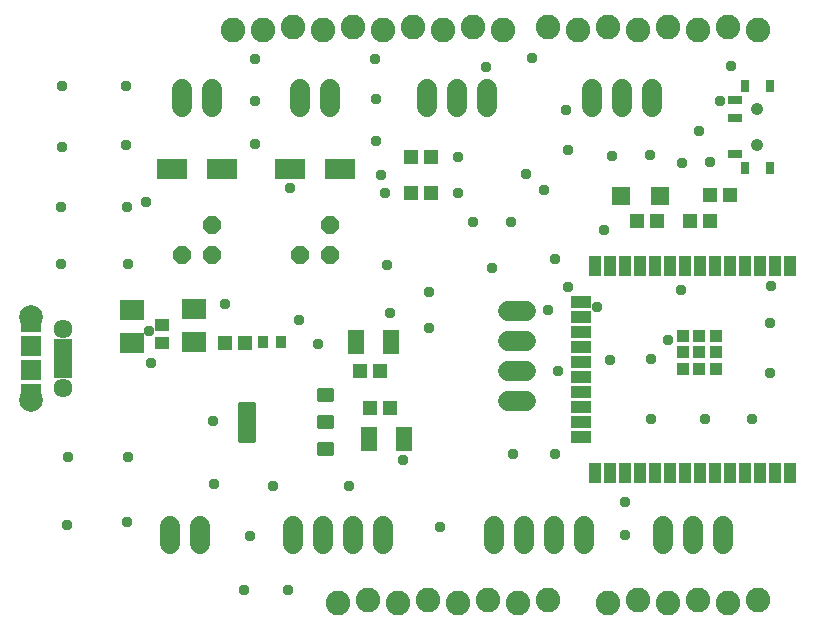
<source format=gbr>
G04 EAGLE Gerber RS-274X export*
G75*
%MOMM*%
%FSLAX34Y34*%
%LPD*%
%INSoldermask Top*%
%IPPOS*%
%AMOC8*
5,1,8,0,0,1.08239X$1,22.5*%
G01*
G04 Define Apertures*
%ADD10C,2.082800*%
%ADD11R,2.003200X1.803200*%
%ADD12R,1.173400X1.124100*%
%ADD13R,1.303200X1.203200*%
%ADD14R,1.367800X2.018500*%
%ADD15R,0.815000X1.115000*%
%ADD16R,1.600200X1.600200*%
%ADD17R,2.595200X1.768500*%
%ADD18R,1.553200X0.653200*%
%ADD19R,1.753200X1.703200*%
%ADD20C,1.611200*%
%ADD21C,2.003200*%
%ADD22C,1.727200*%
%ADD23P,1.64956X8X22.5*%
%ADD24R,1.203200X1.303200*%
%ADD25R,1.203200X0.703200*%
%ADD26R,0.703200X1.003200*%
%ADD27C,1.053200*%
%ADD28R,1.103200X1.703200*%
%ADD29R,1.703200X1.103200*%
%ADD30R,1.103200X1.103200*%
%ADD31C,0.339959*%
%ADD32C,0.393431*%
%ADD33C,0.959600*%
D10*
X330200Y22860D03*
X355600Y25400D03*
X381000Y22860D03*
X406400Y25400D03*
X431800Y22860D03*
X457200Y25400D03*
X508000Y22860D03*
X533400Y25400D03*
X558800Y22860D03*
X584200Y25400D03*
X609600Y22860D03*
X635000Y25400D03*
X635000Y508000D03*
X609600Y510540D03*
X584200Y508000D03*
X558800Y510540D03*
X533400Y508000D03*
X508000Y510540D03*
X482600Y508000D03*
X457200Y510540D03*
X419100Y508000D03*
X393700Y510540D03*
X368300Y508000D03*
X342900Y510540D03*
X317500Y508000D03*
X292100Y510540D03*
X266700Y508000D03*
X241300Y510540D03*
X215900Y508000D03*
X190500Y508000D03*
X304800Y25400D03*
X279400Y22860D03*
D11*
X104900Y242300D03*
X104900Y270300D03*
X157400Y243300D03*
X157400Y271300D03*
D12*
X130700Y242554D03*
X130700Y258046D03*
D13*
X549700Y345800D03*
X532700Y345800D03*
X594600Y367800D03*
X611600Y367800D03*
D14*
X294846Y243300D03*
X324354Y243300D03*
D13*
X298500Y218800D03*
X315500Y218800D03*
X306400Y187800D03*
X323400Y187800D03*
D14*
X306046Y161300D03*
X335554Y161300D03*
D15*
X231300Y243300D03*
X216300Y243300D03*
D16*
X552510Y366800D03*
X519490Y366800D03*
D17*
X138921Y390000D03*
X181079Y390000D03*
X238921Y390000D03*
X281079Y390000D03*
D18*
X46672Y242796D03*
X46672Y236296D03*
X46672Y229796D03*
X46672Y223296D03*
X46672Y216796D03*
D19*
X19922Y239796D03*
X19922Y219796D03*
X19922Y260296D03*
X19922Y199296D03*
D20*
X46922Y254796D03*
X46922Y204796D03*
D21*
X19922Y264796D03*
X19922Y194796D03*
D22*
X520000Y442380D02*
X520000Y457620D01*
X494600Y457620D02*
X494600Y442380D01*
X545400Y442380D02*
X545400Y457620D01*
X380000Y457620D02*
X380000Y442380D01*
X354600Y442380D02*
X354600Y457620D01*
X405400Y457620D02*
X405400Y442380D01*
X267300Y87620D02*
X267300Y72380D01*
X241900Y72380D02*
X241900Y87620D01*
X292700Y87620D02*
X292700Y72380D01*
X318100Y72380D02*
X318100Y87620D01*
X437300Y87620D02*
X437300Y72380D01*
X411900Y72380D02*
X411900Y87620D01*
X462700Y87620D02*
X462700Y72380D01*
X488100Y72380D02*
X488100Y87620D01*
X272700Y442380D02*
X272700Y457620D01*
X247300Y457620D02*
X247300Y442380D01*
X580000Y87620D02*
X580000Y72380D01*
X605400Y72380D02*
X605400Y87620D01*
X554600Y87620D02*
X554600Y72380D01*
X172700Y442380D02*
X172700Y457620D01*
X147300Y457620D02*
X147300Y442380D01*
X423380Y219300D02*
X438620Y219300D01*
X438620Y193900D02*
X423380Y193900D01*
X423380Y244700D02*
X438620Y244700D01*
X438620Y270100D02*
X423380Y270100D01*
X162700Y87620D02*
X162700Y72380D01*
X137300Y72380D02*
X137300Y87620D01*
D23*
X147300Y317300D03*
X172700Y317300D03*
X172700Y342700D03*
X247300Y317300D03*
X272700Y317300D03*
X272700Y342700D03*
D13*
X358500Y400000D03*
X341500Y400000D03*
X358500Y370000D03*
X341500Y370000D03*
D24*
X200800Y242800D03*
X183800Y242800D03*
X577900Y345800D03*
X594900Y345800D03*
D25*
X616100Y403100D03*
X616100Y433100D03*
X616100Y448100D03*
D26*
X624100Y460100D03*
X645100Y460100D03*
X645100Y391100D03*
X624100Y391100D03*
D27*
X634600Y410600D03*
X634600Y440600D03*
D28*
X662600Y307500D03*
X649900Y307500D03*
X637200Y307500D03*
X624500Y307500D03*
X611800Y307500D03*
X599100Y307500D03*
X586400Y307500D03*
X573700Y307500D03*
X561000Y307500D03*
X548300Y307500D03*
X535600Y307500D03*
X522900Y307500D03*
X510200Y307500D03*
X497500Y307500D03*
D29*
X485000Y277150D03*
X485000Y264450D03*
X485000Y251750D03*
X485000Y239050D03*
X485000Y226350D03*
X485000Y213650D03*
X485000Y200950D03*
X485000Y188250D03*
X485000Y175550D03*
X485000Y162850D03*
D28*
X497500Y132500D03*
X510200Y132500D03*
X522900Y132500D03*
X535600Y132500D03*
X548300Y132500D03*
X561000Y132500D03*
X573700Y132500D03*
X586400Y132500D03*
X599100Y132500D03*
X611800Y132500D03*
X624500Y132500D03*
X637200Y132500D03*
X649900Y132500D03*
X662600Y132500D03*
D30*
X599400Y249000D03*
X599400Y235000D03*
X599400Y221000D03*
X585400Y249000D03*
X585400Y235000D03*
X585400Y221000D03*
X571400Y249000D03*
X571400Y235000D03*
X571400Y221000D03*
D31*
X274916Y156966D02*
X274916Y149034D01*
X263184Y149034D01*
X263184Y156966D01*
X274916Y156966D01*
X274916Y152264D02*
X263184Y152264D01*
X263184Y155494D02*
X274916Y155494D01*
X274916Y171934D02*
X274916Y179866D01*
X274916Y171934D02*
X263184Y171934D01*
X263184Y179866D01*
X274916Y179866D01*
X274916Y175164D02*
X263184Y175164D01*
X263184Y178394D02*
X274916Y178394D01*
X274916Y194834D02*
X274916Y202766D01*
X274916Y194834D02*
X263184Y194834D01*
X263184Y202766D01*
X274916Y202766D01*
X274916Y198064D02*
X263184Y198064D01*
X263184Y201294D02*
X274916Y201294D01*
D32*
X207749Y191149D02*
X207749Y160651D01*
X196551Y160651D01*
X196551Y191149D01*
X207749Y191149D01*
X207749Y164388D02*
X196551Y164388D01*
X196551Y168125D02*
X207749Y168125D01*
X207749Y171862D02*
X196551Y171862D01*
X196551Y175599D02*
X207749Y175599D01*
X207749Y179336D02*
X196551Y179336D01*
X196551Y183073D02*
X207749Y183073D01*
X207749Y186810D02*
X196551Y186810D01*
X196551Y190547D02*
X207749Y190547D01*
D33*
X121000Y226000D03*
X120000Y253000D03*
X247000Y262000D03*
X324000Y268000D03*
X335000Y144000D03*
X289000Y122000D03*
X585000Y422000D03*
X405000Y476134D03*
X473000Y440000D03*
X474000Y406000D03*
X457134Y271000D03*
X499000Y273000D03*
X559000Y245000D03*
X311000Y483000D03*
X100000Y460000D03*
X209000Y483000D03*
X444000Y484000D03*
X612000Y477000D03*
X512000Y401000D03*
X544000Y402000D03*
X505000Y338000D03*
X312000Y449000D03*
X312000Y414000D03*
X321000Y309000D03*
X645000Y260000D03*
X645000Y217000D03*
X545000Y229000D03*
X545000Y178000D03*
X590000Y178000D03*
X630000Y178000D03*
X523000Y108000D03*
X523000Y80000D03*
X366000Y87000D03*
X428000Y149000D03*
X463000Y149000D03*
X237000Y34000D03*
X200000Y34000D03*
X205000Y79000D03*
X225000Y122000D03*
X175000Y123000D03*
X174000Y177000D03*
X51000Y146000D03*
X102000Y146000D03*
X50000Y89000D03*
X101000Y91000D03*
X263000Y242000D03*
X46000Y409000D03*
X100000Y410000D03*
X45000Y358000D03*
X101000Y358000D03*
X45000Y310000D03*
X102000Y310000D03*
X46000Y460000D03*
X209000Y448000D03*
X209000Y411000D03*
X184000Y276000D03*
X117000Y362000D03*
X239000Y374000D03*
X357000Y255000D03*
X357000Y286000D03*
X394000Y345000D03*
X426000Y345000D03*
X454011Y371989D03*
X463626Y313626D03*
X646000Y291000D03*
X595000Y396000D03*
X603000Y448000D03*
X474000Y290000D03*
X571000Y395000D03*
X570000Y288000D03*
X316000Y385000D03*
X381000Y400000D03*
X381000Y370000D03*
X410000Y306000D03*
X439000Y386000D03*
X319000Y370000D03*
X466000Y219000D03*
X510000Y228000D03*
M02*

</source>
